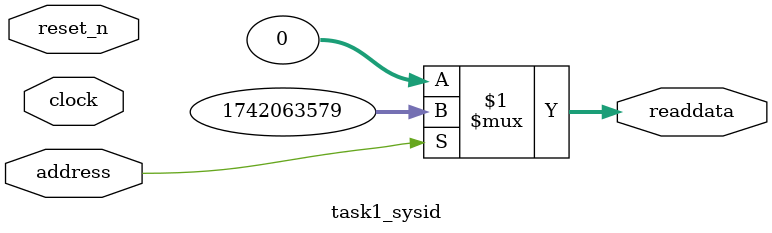
<source format=v>



// synthesis translate_off
`timescale 1ns / 1ps
// synthesis translate_on

// turn off superfluous verilog processor warnings 
// altera message_level Level1 
// altera message_off 10034 10035 10036 10037 10230 10240 10030 

module task1_sysid (
               // inputs:
                address,
                clock,
                reset_n,

               // outputs:
                readdata
             )
;

  output  [ 31: 0] readdata;
  input            address;
  input            clock;
  input            reset_n;

  wire    [ 31: 0] readdata;
  //control_slave, which is an e_avalon_slave
  assign readdata = address ? 1742063579 : 0;

endmodule



</source>
